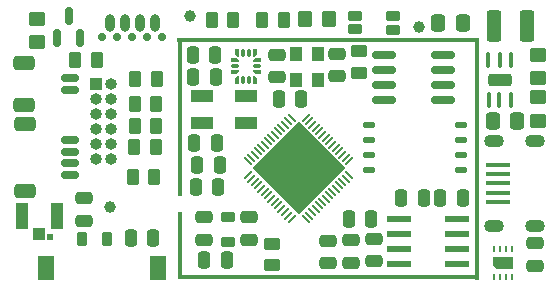
<source format=gbr>
%TF.GenerationSoftware,KiCad,Pcbnew,(6.0.7)*%
%TF.CreationDate,2022-10-28T10:56:42+02:00*%
%TF.ProjectId,LDAD ATOM PRO,4c444144-2041-4544-9f4d-2050524f2e6b,5.3*%
%TF.SameCoordinates,Original*%
%TF.FileFunction,Soldermask,Top*%
%TF.FilePolarity,Negative*%
%FSLAX46Y46*%
G04 Gerber Fmt 4.6, Leading zero omitted, Abs format (unit mm)*
G04 Created by KiCad (PCBNEW (6.0.7)) date 2022-10-28 10:56:42*
%MOMM*%
%LPD*%
G01*
G04 APERTURE LIST*
G04 Aperture macros list*
%AMRoundRect*
0 Rectangle with rounded corners*
0 $1 Rounding radius*
0 $2 $3 $4 $5 $6 $7 $8 $9 X,Y pos of 4 corners*
0 Add a 4 corners polygon primitive as box body*
4,1,4,$2,$3,$4,$5,$6,$7,$8,$9,$2,$3,0*
0 Add four circle primitives for the rounded corners*
1,1,$1+$1,$2,$3*
1,1,$1+$1,$4,$5*
1,1,$1+$1,$6,$7*
1,1,$1+$1,$8,$9*
0 Add four rect primitives between the rounded corners*
20,1,$1+$1,$2,$3,$4,$5,0*
20,1,$1+$1,$4,$5,$6,$7,0*
20,1,$1+$1,$6,$7,$8,$9,0*
20,1,$1+$1,$8,$9,$2,$3,0*%
%AMRotRect*
0 Rectangle, with rotation*
0 The origin of the aperture is its center*
0 $1 length*
0 $2 width*
0 $3 Rotation angle, in degrees counterclockwise*
0 Add horizontal line*
21,1,$1,$2,0,0,$3*%
%AMFreePoly0*
4,1,6,0.500000,-0.850000,-0.500000,-0.850000,-0.500000,0.550000,-0.200000,0.850000,0.500000,0.850000,0.500000,-0.850000,0.500000,-0.850000,$1*%
%AMFreePoly1*
4,1,48,0.036020,0.199191,0.037970,0.199714,0.040958,0.198321,0.057086,0.195477,0.069630,0.184951,0.084467,0.178033,0.290533,-0.028033,0.293203,-0.031847,0.294953,-0.032857,0.296081,-0.035957,0.305473,-0.049370,0.306900,-0.065680,0.312500,-0.081066,0.312500,-0.125000,0.310782,-0.134742,0.311361,-0.138024,0.309695,-0.140910,0.307977,-0.150652,0.295451,-0.165579,0.285709,-0.182453,
0.279350,-0.184767,0.275000,-0.189952,0.255809,-0.193336,0.237500,-0.200000,-0.237500,-0.200000,-0.247242,-0.198282,-0.250524,-0.198861,-0.253410,-0.197195,-0.263152,-0.195477,-0.278079,-0.182951,-0.294953,-0.173209,-0.297267,-0.166850,-0.302452,-0.162500,-0.305836,-0.143309,-0.312500,-0.125000,-0.312500,0.125000,-0.310782,0.134742,-0.311361,0.138024,-0.309695,0.140910,-0.307977,0.150652,
-0.295451,0.165579,-0.285709,0.182453,-0.279350,0.184767,-0.275000,0.189952,-0.255809,0.193336,-0.237500,0.200000,0.031434,0.200000,0.036020,0.199191,0.036020,0.199191,$1*%
%AMFreePoly2*
4,1,48,0.247242,0.198282,0.250524,0.198861,0.253410,0.197195,0.263152,0.195477,0.278079,0.182951,0.294953,0.173209,0.297267,0.166850,0.302452,0.162500,0.305836,0.143309,0.312500,0.125000,0.312500,0.081066,0.311691,0.076480,0.312214,0.074529,0.310820,0.071540,0.307977,0.055414,0.297452,0.042871,0.290533,0.028033,0.084467,-0.178033,0.080653,-0.180703,0.079643,-0.182453,
0.076543,-0.183581,0.063130,-0.192973,0.046819,-0.194400,0.031434,-0.200000,-0.237500,-0.200000,-0.247242,-0.198282,-0.250524,-0.198861,-0.253410,-0.197195,-0.263152,-0.195477,-0.278079,-0.182951,-0.294953,-0.173209,-0.297267,-0.166850,-0.302452,-0.162500,-0.305836,-0.143309,-0.312500,-0.125000,-0.312500,0.125000,-0.310782,0.134742,-0.311361,0.138024,-0.309695,0.140910,-0.307977,0.150652,
-0.295451,0.165579,-0.285709,0.182453,-0.279350,0.184767,-0.275000,0.189952,-0.255809,0.193336,-0.237500,0.200000,0.237500,0.200000,0.247242,0.198282,0.247242,0.198282,$1*%
%AMFreePoly3*
4,1,48,0.134742,0.310782,0.138024,0.311361,0.140910,0.309695,0.150652,0.307977,0.165579,0.295451,0.182453,0.285709,0.184767,0.279350,0.189952,0.275000,0.193336,0.255809,0.200000,0.237500,0.200000,-0.237500,0.198282,-0.247242,0.198861,-0.250524,0.197195,-0.253410,0.195477,-0.263152,0.182951,-0.278079,0.173209,-0.294953,0.166850,-0.297267,0.162500,-0.302452,0.143309,-0.305836,
0.125000,-0.312500,-0.125000,-0.312500,-0.134742,-0.310782,-0.138024,-0.311361,-0.140910,-0.309695,-0.150652,-0.307977,-0.165579,-0.295451,-0.182453,-0.285709,-0.184767,-0.279350,-0.189952,-0.275000,-0.193336,-0.255809,-0.200000,-0.237500,-0.200000,0.031434,-0.199191,0.036020,-0.199714,0.037970,-0.198321,0.040958,-0.195477,0.057086,-0.184951,0.069630,-0.178033,0.084467,0.028033,0.290533,
0.031847,0.293203,0.032857,0.294953,0.035957,0.296081,0.049370,0.305473,0.065680,0.306900,0.081066,0.312500,0.125000,0.312500,0.134742,0.310782,0.134742,0.310782,$1*%
%AMFreePoly4*
4,1,48,-0.076480,0.311691,-0.074530,0.312214,-0.071542,0.310821,-0.055414,0.307977,-0.042870,0.297451,-0.028033,0.290533,0.178033,0.084467,0.180703,0.080653,0.182453,0.079643,0.183581,0.076543,0.192973,0.063130,0.194400,0.046820,0.200000,0.031434,0.200000,-0.237500,0.198282,-0.247242,0.198861,-0.250524,0.197195,-0.253410,0.195477,-0.263152,0.182951,-0.278079,0.173209,-0.294953,
0.166850,-0.297267,0.162500,-0.302452,0.143309,-0.305836,0.125000,-0.312500,-0.125000,-0.312500,-0.134742,-0.310782,-0.138024,-0.311361,-0.140910,-0.309695,-0.150652,-0.307977,-0.165579,-0.295451,-0.182453,-0.285709,-0.184767,-0.279350,-0.189952,-0.275000,-0.193336,-0.255809,-0.200000,-0.237500,-0.200000,0.237500,-0.198282,0.247242,-0.198861,0.250524,-0.197195,0.253410,-0.195477,0.263152,
-0.182951,0.278079,-0.173209,0.294953,-0.166850,0.297267,-0.162500,0.302452,-0.143309,0.305836,-0.125000,0.312500,-0.081066,0.312500,-0.076480,0.311691,-0.076480,0.311691,$1*%
%AMFreePoly5*
4,1,48,0.247242,0.198282,0.250524,0.198861,0.253410,0.197195,0.263152,0.195477,0.278079,0.182951,0.294953,0.173209,0.297267,0.166850,0.302452,0.162500,0.305836,0.143309,0.312500,0.125000,0.312500,-0.125000,0.310782,-0.134742,0.311361,-0.138024,0.309695,-0.140910,0.307977,-0.150652,0.295451,-0.165579,0.285709,-0.182453,0.279350,-0.184767,0.275000,-0.189952,0.255809,-0.193336,
0.237500,-0.200000,-0.031434,-0.200000,-0.036020,-0.199191,-0.037971,-0.199714,-0.040960,-0.198320,-0.057086,-0.195477,-0.069629,-0.184952,-0.084467,-0.178033,-0.290533,0.028033,-0.293203,0.031847,-0.294953,0.032857,-0.296081,0.035957,-0.305473,0.049370,-0.306900,0.065681,-0.312500,0.081066,-0.312500,0.125000,-0.310782,0.134742,-0.311361,0.138024,-0.309695,0.140910,-0.307977,0.150652,
-0.295451,0.165579,-0.285709,0.182453,-0.279350,0.184767,-0.275000,0.189952,-0.255809,0.193336,-0.237500,0.200000,0.237500,0.200000,0.247242,0.198282,0.247242,0.198282,$1*%
%AMFreePoly6*
4,1,48,0.247242,0.198282,0.250524,0.198861,0.253410,0.197195,0.263152,0.195477,0.278079,0.182951,0.294953,0.173209,0.297267,0.166850,0.302452,0.162500,0.305836,0.143309,0.312500,0.125000,0.312500,-0.125000,0.310782,-0.134742,0.311361,-0.138024,0.309695,-0.140910,0.307977,-0.150652,0.295451,-0.165579,0.285709,-0.182453,0.279350,-0.184767,0.275000,-0.189952,0.255809,-0.193336,
0.237500,-0.200000,-0.237500,-0.200000,-0.247242,-0.198282,-0.250524,-0.198861,-0.253410,-0.197195,-0.263152,-0.195477,-0.278079,-0.182951,-0.294953,-0.173209,-0.297267,-0.166850,-0.302452,-0.162500,-0.305836,-0.143309,-0.312500,-0.125000,-0.312500,-0.081066,-0.311691,-0.076480,-0.312214,-0.074530,-0.310821,-0.071542,-0.307977,-0.055414,-0.297451,-0.042870,-0.290533,-0.028033,-0.084467,0.178033,
-0.080653,0.180703,-0.079643,0.182453,-0.076543,0.183581,-0.063130,0.192973,-0.046820,0.194400,-0.031434,0.200000,0.237500,0.200000,0.247242,0.198282,0.247242,0.198282,$1*%
%AMFreePoly7*
4,1,48,0.134742,0.310782,0.138024,0.311361,0.140910,0.309695,0.150652,0.307977,0.165579,0.295451,0.182453,0.285709,0.184767,0.279350,0.189952,0.275000,0.193336,0.255809,0.200000,0.237500,0.200000,-0.031434,0.199191,-0.036020,0.199714,-0.037971,0.198320,-0.040960,0.195477,-0.057086,0.184952,-0.069629,0.178033,-0.084467,-0.028033,-0.290533,-0.031847,-0.293203,-0.032857,-0.294953,
-0.035957,-0.296081,-0.049370,-0.305473,-0.065681,-0.306900,-0.081066,-0.312500,-0.125000,-0.312500,-0.134742,-0.310782,-0.138024,-0.311361,-0.140910,-0.309695,-0.150652,-0.307977,-0.165579,-0.295451,-0.182453,-0.285709,-0.184767,-0.279350,-0.189952,-0.275000,-0.193336,-0.255809,-0.200000,-0.237500,-0.200000,0.237500,-0.198282,0.247242,-0.198861,0.250524,-0.197195,0.253410,-0.195477,0.263152,
-0.182951,0.278079,-0.173209,0.294953,-0.166850,0.297267,-0.162500,0.302452,-0.143309,0.305836,-0.125000,0.312500,0.125000,0.312500,0.134742,0.310782,0.134742,0.310782,$1*%
%AMFreePoly8*
4,1,48,0.134742,0.310782,0.138024,0.311361,0.140910,0.309695,0.150652,0.307977,0.165579,0.295451,0.182453,0.285709,0.184767,0.279350,0.189952,0.275000,0.193336,0.255809,0.200000,0.237500,0.200000,-0.237500,0.198282,-0.247242,0.198861,-0.250524,0.197195,-0.253410,0.195477,-0.263152,0.182951,-0.278079,0.173209,-0.294953,0.166850,-0.297267,0.162500,-0.302452,0.143309,-0.305836,
0.125000,-0.312500,0.081066,-0.312500,0.076480,-0.311691,0.074529,-0.312214,0.071540,-0.310820,0.055414,-0.307977,0.042871,-0.297452,0.028033,-0.290533,-0.178033,-0.084467,-0.180703,-0.080653,-0.182453,-0.079643,-0.183581,-0.076543,-0.192973,-0.063130,-0.194400,-0.046819,-0.200000,-0.031434,-0.200000,0.237500,-0.198282,0.247242,-0.198861,0.250524,-0.197195,0.253410,-0.195477,0.263152,
-0.182951,0.278079,-0.173209,0.294953,-0.166850,0.297267,-0.162500,0.302452,-0.143309,0.305836,-0.125000,0.312500,0.125000,0.312500,0.134742,0.310782,0.134742,0.310782,$1*%
G04 Aperture macros list end*
%ADD10RoundRect,0.150000X-0.625000X0.150000X-0.625000X-0.150000X0.625000X-0.150000X0.625000X0.150000X0*%
%ADD11RoundRect,0.250000X-0.650000X0.350000X-0.650000X-0.350000X0.650000X-0.350000X0.650000X0.350000X0*%
%ADD12RoundRect,0.250000X-0.475000X0.250000X-0.475000X-0.250000X0.475000X-0.250000X0.475000X0.250000X0*%
%ADD13RoundRect,0.250000X0.475000X-0.250000X0.475000X0.250000X-0.475000X0.250000X-0.475000X-0.250000X0*%
%ADD14RoundRect,0.250000X-0.450000X0.350000X-0.450000X-0.350000X0.450000X-0.350000X0.450000X0.350000X0*%
%ADD15RoundRect,0.250000X-0.250000X-0.475000X0.250000X-0.475000X0.250000X0.475000X-0.250000X0.475000X0*%
%ADD16RoundRect,0.250000X-0.350000X-0.450000X0.350000X-0.450000X0.350000X0.450000X-0.350000X0.450000X0*%
%ADD17R,1.900000X1.100000*%
%ADD18RoundRect,0.250000X0.250000X0.475000X-0.250000X0.475000X-0.250000X-0.475000X0.250000X-0.475000X0*%
%ADD19R,1.000000X1.000000*%
%ADD20O,1.000000X1.000000*%
%ADD21RoundRect,0.050000X-0.238649X-0.309359X0.309359X0.238649X0.238649X0.309359X-0.309359X-0.238649X0*%
%ADD22RoundRect,0.050000X0.238649X-0.309359X0.309359X-0.238649X-0.238649X0.309359X-0.309359X0.238649X0*%
%ADD23RotRect,5.600000X5.600000X45.000000*%
%ADD24RoundRect,0.250000X0.450000X-0.262500X0.450000X0.262500X-0.450000X0.262500X-0.450000X-0.262500X0*%
%ADD25RoundRect,0.250000X-0.262500X-0.450000X0.262500X-0.450000X0.262500X0.450000X-0.262500X0.450000X0*%
%ADD26R,2.000000X0.400000*%
%ADD27O,1.700000X1.100000*%
%ADD28R,0.250000X0.550000*%
%ADD29FreePoly0,90.000000*%
%ADD30R,1.100000X2.250000*%
%ADD31R,1.050000X1.100000*%
%ADD32RoundRect,0.250000X0.337500X0.475000X-0.337500X0.475000X-0.337500X-0.475000X0.337500X-0.475000X0*%
%ADD33C,1.000000*%
%ADD34RoundRect,0.250000X-0.375000X-1.075000X0.375000X-1.075000X0.375000X1.075000X-0.375000X1.075000X0*%
%ADD35RoundRect,0.150000X-0.825000X-0.150000X0.825000X-0.150000X0.825000X0.150000X-0.825000X0.150000X0*%
%ADD36R,1.400000X2.100000*%
%ADD37RoundRect,0.150000X0.150000X-0.587500X0.150000X0.587500X-0.150000X0.587500X-0.150000X-0.587500X0*%
%ADD38RoundRect,0.250000X0.450000X-0.350000X0.450000X0.350000X-0.450000X0.350000X-0.450000X-0.350000X0*%
%ADD39RoundRect,0.218750X0.381250X-0.218750X0.381250X0.218750X-0.381250X0.218750X-0.381250X-0.218750X0*%
%ADD40RoundRect,0.124800X-0.475200X-0.275200X0.475200X-0.275200X0.475200X0.275200X-0.475200X0.275200X0*%
%ADD41R,25.500000X0.400000*%
%ADD42R,0.400000X20.500000*%
%ADD43RoundRect,0.100000X-0.100000X-0.550000X0.100000X-0.550000X0.100000X0.550000X-0.100000X0.550000X0*%
%ADD44RoundRect,0.262500X0.737500X0.262500X-0.737500X0.262500X-0.737500X-0.262500X0.737500X-0.262500X0*%
%ADD45RoundRect,0.100000X0.100000X0.550000X-0.100000X0.550000X-0.100000X-0.550000X0.100000X-0.550000X0*%
%ADD46RoundRect,0.250000X0.262500X0.450000X-0.262500X0.450000X-0.262500X-0.450000X0.262500X-0.450000X0*%
%ADD47RoundRect,0.066000X-0.404000X-0.154000X0.404000X-0.154000X0.404000X0.154000X-0.404000X0.154000X0*%
%ADD48RoundRect,0.218750X-0.218750X-0.381250X0.218750X-0.381250X0.218750X0.381250X-0.218750X0.381250X0*%
%ADD49R,0.400000X5.700000*%
%ADD50R,0.500000X0.500000*%
%ADD51R,25.400000X0.400000*%
%ADD52R,0.400000X13.300000*%
%ADD53RoundRect,0.041300X0.948700X0.253700X-0.948700X0.253700X-0.948700X-0.253700X0.948700X-0.253700X0*%
%ADD54FreePoly1,270.000000*%
%ADD55RoundRect,0.087500X-0.087500X0.225000X-0.087500X-0.225000X0.087500X-0.225000X0.087500X0.225000X0*%
%ADD56FreePoly2,270.000000*%
%ADD57FreePoly3,270.000000*%
%ADD58RoundRect,0.087500X-0.225000X0.087500X-0.225000X-0.087500X0.225000X-0.087500X0.225000X0.087500X0*%
%ADD59FreePoly4,270.000000*%
%ADD60FreePoly5,270.000000*%
%ADD61FreePoly6,270.000000*%
%ADD62FreePoly7,270.000000*%
%ADD63FreePoly8,270.000000*%
%ADD64R,1.000000X1.300000*%
%ADD65C,0.700000*%
%ADD66O,0.800000X1.500000*%
G04 APERTURE END LIST*
D10*
%TO.C,I2C2*%
X121140000Y-97050000D03*
X121140000Y-98050000D03*
X121140000Y-99050000D03*
X121140000Y-100050000D03*
D11*
X117265000Y-101350000D03*
X117265000Y-95750000D03*
%TD*%
D10*
%TO.C,J3*%
X121080000Y-91840000D03*
X121080000Y-92840000D03*
D11*
X117205000Y-90540000D03*
X117205000Y-94140000D03*
%TD*%
D12*
%TO.C,EC20*%
X132490000Y-103590000D03*
X132490000Y-105490000D03*
%TD*%
D13*
%TO.C,EC18*%
X142960000Y-107490000D03*
X142960000Y-105590000D03*
%TD*%
D12*
%TO.C,AUC1*%
X146860000Y-105450000D03*
X146860000Y-107350000D03*
%TD*%
D14*
%TO.C,AR1*%
X160690000Y-89850000D03*
X160690000Y-91850000D03*
%TD*%
D15*
%TO.C,EC25*%
X149140000Y-102010000D03*
X151040000Y-102010000D03*
%TD*%
D16*
%TO.C,LR1*%
X141040000Y-86810000D03*
X143040000Y-86810000D03*
%TD*%
D17*
%TO.C,ECY3*%
X132270000Y-95662500D03*
X135970000Y-95662500D03*
X135970000Y-93362500D03*
X132270000Y-93362500D03*
%TD*%
D18*
%TO.C,EC60*%
X133430000Y-91730000D03*
X131530000Y-91730000D03*
%TD*%
%TO.C,EC61*%
X133530000Y-97350000D03*
X131630000Y-97350000D03*
%TD*%
D19*
%TO.C,J1*%
X123305000Y-92325000D03*
D20*
X124575000Y-92325000D03*
X123305000Y-93595000D03*
X124575000Y-93595000D03*
X123305000Y-94865000D03*
X124575000Y-94865000D03*
X123305000Y-96135000D03*
X124575000Y-96135000D03*
X123305000Y-97405000D03*
X124575000Y-97405000D03*
X123305000Y-98675000D03*
X124575000Y-98675000D03*
%TD*%
D21*
%TO.C,ESP32S3*%
X136180894Y-100062202D03*
X136463737Y-100345045D03*
X136746579Y-100627887D03*
X137029422Y-100910730D03*
X137312265Y-101193573D03*
X137595107Y-101476415D03*
X137877950Y-101759258D03*
X138160793Y-102042101D03*
X138443636Y-102324944D03*
X138726478Y-102607786D03*
X139009321Y-102890629D03*
X139292164Y-103173472D03*
X139575006Y-103456314D03*
X139857849Y-103739157D03*
D22*
X141042253Y-103739157D03*
X141325096Y-103456314D03*
X141607938Y-103173472D03*
X141890781Y-102890629D03*
X142173624Y-102607786D03*
X142456466Y-102324944D03*
X142739309Y-102042101D03*
X143022152Y-101759258D03*
X143304995Y-101476415D03*
X143587837Y-101193573D03*
X143870680Y-100910730D03*
X144153523Y-100627887D03*
X144436365Y-100345045D03*
X144719208Y-100062202D03*
D21*
X144719208Y-98877798D03*
X144436365Y-98594955D03*
X144153523Y-98312113D03*
X143870680Y-98029270D03*
X143587837Y-97746427D03*
X143304995Y-97463585D03*
X143022152Y-97180742D03*
X142739309Y-96897899D03*
X142456466Y-96615056D03*
X142173624Y-96332214D03*
X141890781Y-96049371D03*
X141607938Y-95766528D03*
X141325096Y-95483686D03*
X141042253Y-95200843D03*
D22*
X139857849Y-95200843D03*
X139575006Y-95483686D03*
X139292164Y-95766528D03*
X139009321Y-96049371D03*
X138726478Y-96332214D03*
X138443636Y-96615056D03*
X138160793Y-96897899D03*
X137877950Y-97180742D03*
X137595107Y-97463585D03*
X137312265Y-97746427D03*
X137029422Y-98029270D03*
X136746579Y-98312113D03*
X136463737Y-98594955D03*
X136180894Y-98877798D03*
D23*
X140450051Y-99470000D03*
%TD*%
D24*
%TO.C,ER1*%
X138220000Y-107655000D03*
X138220000Y-105830000D03*
%TD*%
D25*
%TO.C,ER3*%
X121537500Y-90270000D03*
X123362500Y-90270000D03*
%TD*%
D15*
%TO.C,EC38*%
X126240000Y-105320000D03*
X128140000Y-105320000D03*
%TD*%
D26*
%TO.C,J2*%
X157325000Y-102330000D03*
X157325000Y-101530000D03*
X157330000Y-100725000D03*
X157320000Y-99935000D03*
X157330000Y-99155000D03*
D27*
X156990000Y-97160000D03*
X160470000Y-97140000D03*
X160470000Y-104360000D03*
X157000000Y-104350000D03*
%TD*%
D13*
%TO.C,SHC1*%
X160450000Y-107710000D03*
X160450000Y-105810000D03*
%TD*%
D24*
%TO.C,PSR1*%
X145540000Y-91372500D03*
X145540000Y-89547500D03*
%TD*%
D28*
%TO.C,SH1*%
X157010000Y-108635000D03*
X157510000Y-108635000D03*
X158010000Y-108635000D03*
X158510000Y-108635000D03*
X158510000Y-106285000D03*
X158010000Y-106285000D03*
X157510000Y-106285000D03*
X157010000Y-106285000D03*
D29*
X157760000Y-107460000D03*
%TD*%
D30*
%TO.C,J20*%
X117020000Y-103460000D03*
X119970000Y-103460000D03*
D31*
X118495000Y-105010000D03*
%TD*%
D15*
%TO.C,EC26*%
X144700000Y-103770000D03*
X146600000Y-103770000D03*
%TD*%
D32*
%TO.C,AC1*%
X154357500Y-87190000D03*
X152282500Y-87190000D03*
%TD*%
D13*
%TO.C,EC40*%
X136280000Y-105520000D03*
X136280000Y-103620000D03*
%TD*%
D33*
%TO.C,TP2*%
X150660000Y-87530000D03*
%TD*%
D13*
%TO.C,EC17*%
X144870000Y-107470000D03*
X144870000Y-105570000D03*
%TD*%
D34*
%TO.C,AL1*%
X157020000Y-87400000D03*
X159820000Y-87400000D03*
%TD*%
D35*
%TO.C,EPS1*%
X147715000Y-89825000D03*
X147715000Y-91095000D03*
X147715000Y-92365000D03*
X147715000Y-93635000D03*
X152665000Y-93635000D03*
X152665000Y-92365000D03*
X152665000Y-91095000D03*
X152665000Y-89825000D03*
%TD*%
D25*
%TO.C,ICR1*%
X133087500Y-86890000D03*
X134912500Y-86890000D03*
%TD*%
D36*
%TO.C,ANT1*%
X119040000Y-107880000D03*
X128540000Y-107880000D03*
%TD*%
D15*
%TO.C,EC16*%
X138800000Y-93570000D03*
X140700000Y-93570000D03*
%TD*%
%TO.C,IMUC1*%
X131510000Y-89870000D03*
X133410000Y-89870000D03*
%TD*%
D37*
%TO.C,Q5*%
X120040000Y-88397500D03*
X121940000Y-88397500D03*
X120990000Y-86522500D03*
%TD*%
D13*
%TO.C,EC51*%
X143720000Y-91650000D03*
X143720000Y-89750000D03*
%TD*%
D15*
%TO.C,EC15*%
X131750000Y-101070000D03*
X133650000Y-101070000D03*
%TD*%
D33*
%TO.C,TP3*%
X124450000Y-102705000D03*
%TD*%
D25*
%TO.C,IDR1*%
X137367500Y-86900000D03*
X139192500Y-86900000D03*
%TD*%
D38*
%TO.C,QR1*%
X118350000Y-88780000D03*
X118350000Y-86780000D03*
%TD*%
D39*
%TO.C,L2*%
X134480000Y-105672500D03*
X134480000Y-103547500D03*
%TD*%
D32*
%TO.C,AC2*%
X158987500Y-95470000D03*
X156912500Y-95470000D03*
%TD*%
D40*
%TO.C,LED1*%
X145230000Y-87700000D03*
X148410000Y-87710000D03*
X145230000Y-86560000D03*
X148420000Y-86590000D03*
%TD*%
D18*
%TO.C,EC19*%
X134380000Y-107260000D03*
X132480000Y-107260000D03*
%TD*%
D41*
%TO.C,*%
X142930000Y-108670000D03*
%TD*%
D15*
%TO.C,EC14*%
X131880000Y-99220000D03*
X133780000Y-99220000D03*
%TD*%
D42*
%TO.C,REF\u002A\u002A*%
X155530000Y-98650000D03*
%TD*%
D43*
%TO.C,AU1*%
X158440000Y-90290000D03*
X157500000Y-90295000D03*
D44*
X157475000Y-92010000D03*
D43*
X156515000Y-90295000D03*
D45*
X156545000Y-93685000D03*
X157460000Y-93680000D03*
X158420000Y-93680000D03*
%TD*%
D46*
%TO.C,EXP_R3*%
X128342500Y-97680000D03*
X126517500Y-97680000D03*
%TD*%
D13*
%TO.C,EC50*%
X138620000Y-91750000D03*
X138620000Y-89850000D03*
%TD*%
D47*
%TO.C,ESP_FLASH1*%
X146395000Y-95755000D03*
X146395000Y-97025000D03*
X146395000Y-98295000D03*
X146395000Y-99565000D03*
X154185000Y-99565000D03*
X154185000Y-98295000D03*
X154185000Y-97025000D03*
X154185000Y-95755000D03*
%TD*%
D46*
%TO.C,EXP_R4*%
X128232500Y-100180000D03*
X126407500Y-100180000D03*
%TD*%
D13*
%TO.C,EC37*%
X122320000Y-103910000D03*
X122320000Y-102010000D03*
%TD*%
D48*
%TO.C,EL4*%
X122087500Y-105430000D03*
X124212500Y-105430000D03*
%TD*%
D14*
%TO.C,AR2*%
X160750000Y-93460000D03*
X160750000Y-95460000D03*
%TD*%
D49*
%TO.C,*%
X130430000Y-105980000D03*
%TD*%
D46*
%TO.C,EXP_R2*%
X128402500Y-95870000D03*
X126577500Y-95870000D03*
%TD*%
D50*
%TO.C,REF\u002A\u002A*%
X118765000Y-105305000D03*
X119390000Y-105310000D03*
%TD*%
D46*
%TO.C,EXP_R1*%
X128422500Y-94050000D03*
X126597500Y-94050000D03*
%TD*%
D51*
%TO.C,*%
X142890000Y-88610000D03*
%TD*%
D52*
%TO.C,REF\u002A\u002A*%
X130430000Y-95190000D03*
%TD*%
D53*
%TO.C,U2*%
X153870000Y-107585000D03*
X153870000Y-106315000D03*
X153870000Y-105045000D03*
X153870000Y-103775000D03*
X148930000Y-103775000D03*
X148930000Y-105045000D03*
X148930000Y-106315000D03*
X148930000Y-107585000D03*
%TD*%
D54*
%TO.C,IMU1*%
X136760000Y-89667500D03*
D55*
X136260000Y-89667500D03*
X135760000Y-89667500D03*
D56*
X135260000Y-89667500D03*
D57*
X135097500Y-90330000D03*
D58*
X135097500Y-90830000D03*
D59*
X135097500Y-91330000D03*
D60*
X135260000Y-91992500D03*
D55*
X135760000Y-91992500D03*
X136260000Y-91992500D03*
D61*
X136760000Y-91992500D03*
D62*
X136922500Y-91330000D03*
D58*
X136922500Y-90830000D03*
D63*
X136922500Y-90330000D03*
%TD*%
D25*
%TO.C,ER2*%
X126607500Y-91900000D03*
X128432500Y-91900000D03*
%TD*%
D18*
%TO.C,EC24*%
X154350000Y-101980000D03*
X152450000Y-101980000D03*
%TD*%
D64*
%TO.C,ECY2*%
X142060000Y-92000000D03*
X142060000Y-89800000D03*
X140260000Y-89800000D03*
X140260000Y-92000000D03*
%TD*%
D33*
%TO.C,TP1*%
X131290000Y-86530000D03*
%TD*%
D65*
%TO.C,ICSP1*%
X125100000Y-88305500D03*
X126370000Y-88305500D03*
X123830000Y-88305500D03*
X128910000Y-88305500D03*
X127640000Y-88305500D03*
D66*
X124465000Y-87150500D03*
X125735000Y-87150500D03*
X127005000Y-87150500D03*
X128275000Y-87150500D03*
%TD*%
M02*

</source>
